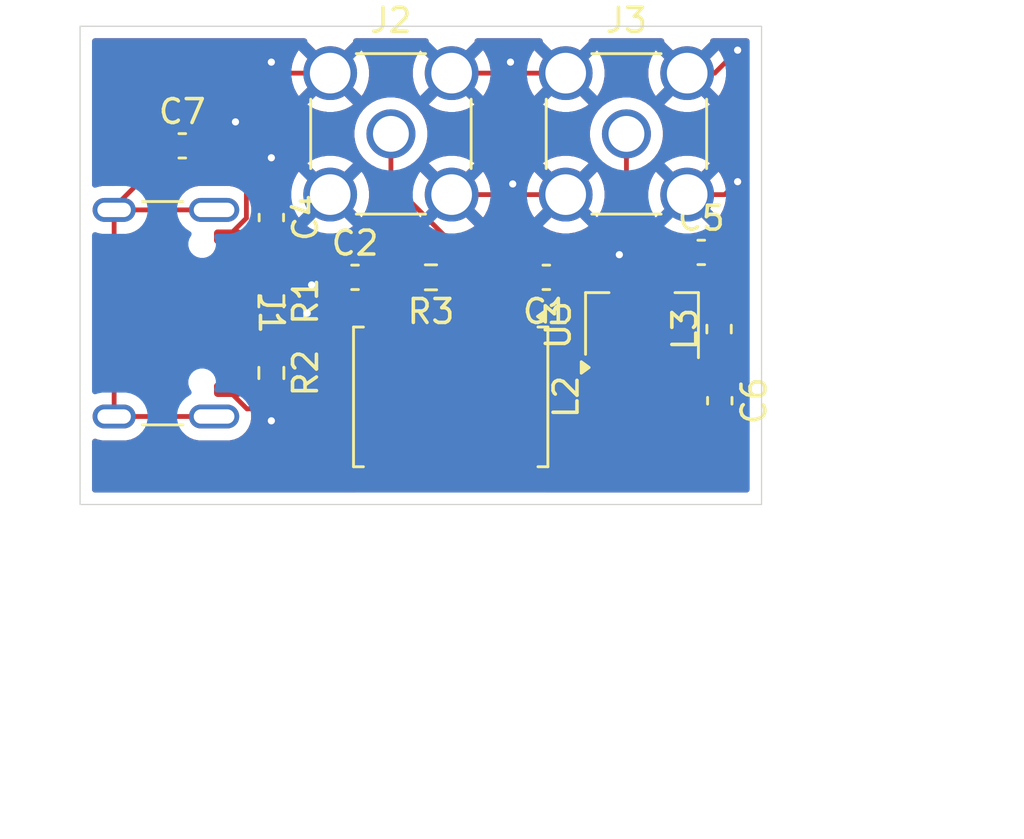
<source format=kicad_pcb>
(kicad_pcb (version 20241229) (generator "pcbnew") (generator_version "9.0")
  (layers (0 "F.Cu" signal) (2 "B.Cu" signal) (13 "F.Paste" user) (15 "B.Paste" user) (5 "F.SilkS" user "F.Silkscreen") (7 "B.SilkS" user "B.Silkscreen") (1 "F.Mask" user) (3 "B.Mask" user) (25 "Edge.Cuts" user))
  (net 0 "")
  (net 1 "Net-(C1-Pad1)")
  (net 2 "Net-(J2-In)")
  (net 3 "GND")
  (net 4 "VBUS")
  (net 5 "Net-(C5-Pad2)")
  (net 6 "Net-(J3-In)")
  (net 7 "Net-(L2-RF&DC)")
  (net 8 "Net-(C6-Pad1)")
  (net 9 "Net-(J1-SHIELD)")
  (net 12 "Net-(J1-CC1)")
  (net 13 "Net-(J1-CC2)")
  (net 21 "Net-(L2-DC)")
  (footprint "Capacitor_SMD:C_0603_1608Metric" (layer "F.Cu") (at 120 67 180)
    (property "Reference" "C1" (at 0 -1.43 0) (layer "F.SilkS"))
    (property "Value" "2400 pF")
    (fp_line (start -0.14058 0.51) (end 0.14058 0.51) (stroke (width 0.12)) (layer "F.SilkS"))
    (fp_line (start -0.14058 -0.51) (end 0.14058 -0.51) (stroke (width 0.12)) (layer "F.SilkS"))
    (pad "1" smd roundrect (at -0.775 0 180) (size 0.9 0.95) (layers "F.Cu" "F.Mask" "F.Paste") (net 1 "Net-(C1-Pad1)"))
    (pad "2" smd roundrect (at 0.775 0 180) (size 0.9 0.95) (layers "F.Cu" "F.Mask" "F.Paste") (net 2 "Net-(J2-In)"))
  )
  (footprint "Resistor_SMD:R_0603_1608Metric" (layer "F.Cu") (at 108.5 68 -90)
    (property "Reference" "R1" (at 0 -1.43 90) (layer "F.SilkS"))
    (property "Value" "5.1 kΩ")
    (fp_line (start -0.237258 0.5225) (end 0.237258 0.5225) (stroke (width 0.12)) (layer "F.SilkS"))
    (fp_line (start -0.237258 -0.5225) (end 0.237258 -0.5225) (stroke (width 0.12)) (layer "F.SilkS"))
    (pad "1" smd roundrect (at -0.825 0 270) (size 0.8 0.95) (layers "F.Cu" "F.Mask" "F.Paste") (net 12 "Net-(J1-CC1)"))
    (pad "2" smd roundrect (at 0.825 0 270) (size 0.8 0.95) (layers "F.Cu" "F.Mask" "F.Paste") (net 3 "GND"))
  )
  (footprint "Connector_USB:USB_C_Receptacle_GCT_USB4105-xx-A_16P_TopMnt_Horizontal" (layer "F.Cu") (at 103 68.5 -90)
    (property "Reference" "J1" (at 0 -5.5 270) (layer "F.SilkS"))
    (property "Value" "USB_C_Receptacle_USB2.0_16P")
    (fp_line (start -4.67 -0.1) (end -4.67 -1.8) (stroke (width 0.12)) (layer "F.SilkS"))
    (fp_line (start 4.67 -0.1) (end 4.67 -1.8) (stroke (width 0.12)) (layer "F.SilkS"))
    (pad "" np_thru_hole circle (at -2.89 -2.605 270) (size 0.65 0.65) (drill 0.65) (layers "*.Cu" "*.Mask"))
    (pad "" np_thru_hole circle (at 2.89 -2.605 270) (size 0.65 0.65) (drill 0.65) (layers "*.Cu" "*.Mask"))
    (pad "A1" smd roundrect (at -3.2 -3.68 270) (size 0.6 1.15) (layers "F.Cu" "F.Mask" "F.Paste") (net 3 "GND"))
    (pad "A4" smd roundrect (at -2.4 -3.68 270) (size 0.6 1.15) (layers "F.Cu" "F.Mask" "F.Paste") (net 4 "VBUS"))
    (pad "A5" smd roundrect (at -1.25 -3.68 270) (size 0.3 1.15) (layers "F.Cu" "F.Mask" "F.Paste") (net 12 "Net-(J1-CC1)"))
    (pad "A6" smd roundrect (at -0.25 -3.68 270) (size 0.3 1.15) (layers "F.Cu" "F.Mask" "F.Paste"))
    (pad "A7" smd roundrect (at 0.25 -3.68 270) (size 0.3 1.15) (layers "F.Cu" "F.Mask" "F.Paste"))
    (pad "A8" smd roundrect (at 1.25 -3.68 270) (size 0.3 1.15) (layers "F.Cu" "F.Mask" "F.Paste"))
    (pad "A9" smd roundrect (at 2.4 -3.68 270) (size 0.6 1.15) (layers "F.Cu" "F.Mask" "F.Paste") (net 4 "VBUS"))
    (pad "A12" smd roundrect (at 3.2 -3.68 270) (size 0.6 1.15) (layers "F.Cu" "F.Mask" "F.Paste") (net 3 "GND"))
    (pad "B1" smd roundrect (at 3.2 -3.68 270) (size 0.6 1.15) (layers "F.Cu" "F.Mask" "F.Paste") (net 3 "GND"))
    (pad "B4" smd roundrect (at 2.4 -3.68 270) (size 0.6 1.15) (layers "F.Cu" "F.Mask" "F.Paste") (net 4 "VBUS"))
    (pad "B5" smd roundrect (at 1.75 -3.68 270) (size 0.3 1.15) (layers "F.Cu" "F.Mask" "F.Paste") (net 13 "Net-(J1-CC2)"))
    (pad "B6" smd roundrect (at 0.75 -3.68 270) (size 0.3 1.15) (layers "F.Cu" "F.Mask" "F.Paste"))
    (pad "B7" smd roundrect (at -0.75 -3.68 270) (size 0.3 1.15) (layers "F.Cu" "F.Mask" "F.Paste"))
    (pad "B8" smd roundrect (at -1.75 -3.68 270) (size 0.3 1.15) (layers "F.Cu" "F.Mask" "F.Paste"))
    (pad "B9" smd roundrect (at -2.4 -3.68 270) (size 0.6 1.15) (layers "F.Cu" "F.Mask" "F.Paste") (net 4 "VBUS"))
    (pad "B12" smd roundrect (at -3.2 -3.68 270) (size 0.6 1.15) (layers "F.Cu" "F.Mask" "F.Paste") (net 3 "GND"))
    (pad "S1" thru_hole oval (at -4.32 -3.105 270) (size 1 2.1) (drill oval 0.6 1.7) (property pad_prop_heatsink) (layers "*.Cu" "*.Mask" "F.Paste") (net 9 "Net-(J1-SHIELD)"))
    (pad "S1" thru_hole oval (at -4.32 1.075 270) (size 1 1.8) (drill oval 0.6 1.4) (property pad_prop_heatsink) (layers "*.Cu" "*.Mask" "F.Paste") (net 9 "Net-(J1-SHIELD)"))
    (pad "S1" thru_hole oval (at 4.32 -3.105 270) (size 1 2.1) (drill oval 0.6 1.7) (property pad_prop_heatsink) (layers "*.Cu" "*.Mask" "F.Paste") (net 9 "Net-(J1-SHIELD)"))
    (pad "S1" thru_hole oval (at 4.32 1.075 270) (size 1 1.8) (drill oval 0.6 1.4) (property pad_prop_heatsink) (layers "*.Cu" "*.Mask" "F.Paste") (net 9 "Net-(J1-SHIELD)"))
  )
  (footprint "Resistor_SMD:R_0603_1608Metric" (layer "F.Cu") (at 108.5 71 -90)
    (property "Reference" "R2" (at 0 -1.43 90) (layer "F.SilkS"))
    (property "Value" "5.1 kΩ")
    (fp_line (start -0.237258 0.5225) (end 0.237258 0.5225) (stroke (width 0.12)) (layer "F.SilkS"))
    (fp_line (start -0.237258 -0.5225) (end 0.237258 -0.5225) (stroke (width 0.12)) (layer "F.SilkS"))
    (pad "1" smd roundrect (at -0.825 0 270) (size 0.8 0.95) (layers "F.Cu" "F.Mask" "F.Paste") (net 13 "Net-(J1-CC2)"))
    (pad "2" smd roundrect (at 0.825 0 270) (size 0.8 0.95) (layers "F.Cu" "F.Mask" "F.Paste") (net 3 "GND"))
  )
  (footprint "Inductor_SMD:L_0603_1608Metric" (layer "F.Cu") (at 127.223729 69.163636 90)
    (property "Reference" "L3" (at 0 -1.43 90) (layer "F.SilkS"))
    (property "Value" "27 nH")
    (fp_line (start -0.162779 -0.51) (end 0.162779 -0.51) (stroke (width 0.12)) (layer "F.SilkS"))
    (fp_line (start -0.162779 0.51) (end 0.162779 0.51) (stroke (width 0.12)) (layer "F.SilkS"))
    (pad "1" smd roundrect (at -0.7875 0 90) (size 0.875 0.95) (layers "F.Cu" "F.Mask" "F.Paste") (net 8 "Net-(C6-Pad1)"))
    (pad "2" smd roundrect (at 0.7875 0 90) (size 0.875 0.95) (layers "F.Cu" "F.Mask" "F.Paste") (net 5 "Net-(C5-Pad2)"))
  )
  (footprint "Capacitor_SMD:C_0603_1608Metric" (layer "F.Cu") (at 112 67)
    (property "Reference" "C2" (at 0 -1.43 0) (layer "F.SilkS"))
    (property "Value" "0.1 μF")
    (fp_line (start -0.14058 -0.51) (end 0.14058 -0.51) (stroke (width 0.12)) (layer "F.SilkS"))
    (fp_line (start -0.14058 0.51) (end 0.14058 0.51) (stroke (width 0.12)) (layer "F.SilkS"))
    (pad "1" smd roundrect (at -0.775 0) (size 0.9 0.95) (layers "F.Cu" "F.Mask" "F.Paste") (net 3 "GND"))
    (pad "2" smd roundrect (at 0.775 0) (size 0.9 0.95) (layers "F.Cu" "F.Mask" "F.Paste") (net 4 "VBUS"))
  )
  (footprint "Package_TO_SOT_SMD:SOT-89-3" (layer "F.Cu") (at 124 69 90)
    (property "Reference" "U3" (at 0 -3.5 90) (layer "F.SilkS"))
    (property "Value" "GALI-84")
    (fp_line (start -1.22 -2.36) (end 1.36 -2.36) (stroke (width 0.12)) (layer "F.SilkS"))
    (fp_line (start 1.36 -1.38) (end 1.36 -2.36) (stroke (width 0.12)) (layer "F.SilkS"))
    (fp_line (start 1.36 1.38) (end 1.36 2.36) (stroke (width 0.12)) (layer "F.SilkS"))
    (fp_line (start 1.36 2.36) (end -1.36 2.36) (stroke (width 0.12)) (layer "F.SilkS"))
    (fp_poly (pts (xy -1.77 -2.21) (xy -2.01 -2.54) (xy -1.53 -2.54) (xy -1.77 -2.21)) (stroke (width 0.12)) (fill yes) (layer "F.SilkS"))
    (pad "1" smd roundrect (at -1.95 -1.5 90) (size 1.3 0.9) (layers "F.Cu" "F.Mask" "F.Paste") (net 1 "Net-(C1-Pad1)"))
    (pad "2" smd custom (at -1.8625 0 90) (size 1.475 0.9) (layers "F.Cu" "F.Mask" "F.Paste") (net 3 "GND") (options (clearance outline) (anchor rect)) (primitives (gr_poly (pts (xy 3.8625 0.8665) (xy 0.7375 0.8665) (xy 0.7375 -0.8665) (xy 3.8625 -0.8665)) (width 0) (fill yes))))
    (pad "3" smd roundrect (at -1.95 1.5 90) (size 1.3 0.9) (layers "F.Cu" "F.Mask" "F.Paste") (net 7 "Net-(L2-RF&DC)"))
  )
  (footprint "Capacitor_SMD:C_0603_1608Metric" (layer "F.Cu") (at 104.775 61.5)
    (property "Reference" "C7" (at 0 -1.43 0) (layer "F.SilkS"))
    (property "Value" "1µF")
    (fp_line (start -0.14058 -0.51) (end 0.14058 -0.51) (stroke (width 0.12)) (layer "F.SilkS"))
    (fp_line (start -0.14058 0.51) (end 0.14058 0.51) (stroke (width 0.12)) (layer "F.SilkS"))
    (pad "1" smd roundrect (at -0.775 0) (size 0.9 0.95) (layers "F.Cu" "F.Mask" "F.Paste") (net 9 "Net-(J1-SHIELD)"))
    (pad "2" smd roundrect (at 0.775 0) (size 0.9 0.95) (layers "F.Cu" "F.Mask" "F.Paste") (net 3 "GND"))
  )
  (footprint "Capacitor_SMD:C_0603_1608Metric" (layer "F.Cu") (at 127.253208 72.160628 -90)
    (property "Reference" "C6" (at 0 -1.43 90) (layer "F.SilkS"))
    (property "Value" "2400 pF")
    (fp_line (start -0.14058 0.51) (end 0.14058 0.51) (stroke (width 0.12)) (layer "F.SilkS"))
    (fp_line (start -0.14058 -0.51) (end 0.14058 -0.51) (stroke (width 0.12)) (layer "F.SilkS"))
    (pad "1" smd roundrect (at -0.775 0 270) (size 0.9 0.95) (layers "F.Cu" "F.Mask" "F.Paste") (net 8 "Net-(C6-Pad1)"))
    (pad "2" smd roundrect (at 0.775 0 270) (size 0.9 0.95) (layers "F.Cu" "F.Mask" "F.Paste") (net 7 "Net-(L2-RF&DC)"))
  )
  (footprint "Capacitor_SMD:C_0603_1608Metric" (layer "F.Cu") (at 126.479474 65.957998)
    (property "Reference" "C5" (at 0 -1.43 0) (layer "F.SilkS"))
    (property "Value" "100 pF")
    (fp_line (start -0.14058 -0.51) (end 0.14058 -0.51) (stroke (width 0.12)) (layer "F.SilkS"))
    (fp_line (start -0.14058 0.51) (end 0.14058 0.51) (stroke (width 0.12)) (layer "F.SilkS"))
    (pad "1" smd roundrect (at -0.775 0) (size 0.9 0.95) (layers "F.Cu" "F.Mask" "F.Paste") (net 6 "Net-(J3-In)"))
    (pad "2" smd roundrect (at 0.775 0) (size 0.9 0.95) (layers "F.Cu" "F.Mask" "F.Paste") (net 5 "Net-(C5-Pad2)"))
  )
  (footprint "Connector_Coaxial:SMA_Amphenol_901-144_Vertical" (layer "F.Cu") (at 123.349758 61.000703)
    (property "Reference" "J3" (at 0 -4.75 0) (layer "F.SilkS"))
    (property "Value" "SMA_F_OUT")
    (fp_line (start -3.355 -1.45) (end -3.355 1.45) (stroke (width 0.12)) (layer "F.SilkS"))
    (fp_line (start -1.45 -3.355) (end 1.45 -3.355) (stroke (width 0.12)) (layer "F.SilkS"))
    (fp_line (start -1.45 3.355) (end 1.45 3.355) (stroke (width 0.12)) (layer "F.SilkS"))
    (fp_line (start 3.355 -1.45) (end 3.355 1.45) (stroke (width 0.12)) (layer "F.SilkS"))
    (pad "1" thru_hole circle (at 0 0) (size 2.05 2.05) (drill 1.5) (layers "*.Cu" "*.Mask") (net 6 "Net-(J3-In)"))
    (pad "2" thru_hole circle (at -2.54 -2.54) (size 2.25 2.25) (drill 1.7) (layers "*.Cu" "*.Mask") (net 3 "GND"))
    (pad "2" thru_hole circle (at -2.54 2.54) (size 2.25 2.25) (drill 1.7) (layers "*.Cu" "*.Mask") (net 3 "GND"))
    (pad "2" thru_hole circle (at 2.54 -2.54) (size 2.25 2.25) (drill 1.7) (layers "*.Cu" "*.Mask") (net 3 "GND"))
    (pad "2" thru_hole circle (at 2.54 2.54) (size 2.25 2.25) (drill 1.7) (layers "*.Cu" "*.Mask") (net 3 "GND"))
  )
  (footprint "RF_Mini-Circuits:Mini-Circuits_CD542_H2.84mm" (layer "F.Cu") (at 116 72 -90)
    (property "Reference" "L2" (at 0 -4.826 90) (layer "F.SilkS"))
    (property "Value" "ADCH-80A")
    (fp_line (start -2.921 4.064) (end 2.921 4.064) (stroke (width 0.12)) (layer "F.SilkS"))
    (fp_line (start -2.921 3.65) (end -2.921 4.064) (stroke (width 0.12)) (layer "F.SilkS"))
    (fp_line (start 2.921 3.65) (end 2.921 4.064) (stroke (width 0.12)) (layer "F.SilkS"))
    (fp_line (start -2.921 -4.064) (end -2.921 -3.65) (stroke (width 0.12)) (layer "F.SilkS"))
    (fp_line (start 2.921 -4.064) (end 2.921 -3.65) (stroke (width 0.12)) (layer "F.SilkS"))
    (fp_line (start 2.921 -4.064) (end -2.921 -4.064) (stroke (width 0.12)) (layer "F.SilkS"))
    (fp_poly (pts (xy -3.3655 -3.63) (xy -3.6055 -3.966) (xy -3.1255 -3.966) (xy -3.3655 -3.63)) (stroke (width 0.12)) (fill yes) (layer "F.SilkS"))
    (pad "1" smd rect (at -2.54 -2.54 270) (size 2.54 1.65) (layers "F.Cu" "F.Mask" "F.Paste"))
    (pad "2" smd rect (at -2.54 0 270) (size 2.54 1.65) (layers "F.Cu" "F.Mask" "F.Paste"))
    (pad "3" smd rect (at -2.54 2.54 270) (size 2.54 1.65) (layers "F.Cu" "F.Mask" "F.Paste") (net 21 "Net-(L2-DC)"))
    (pad "4" smd rect (at 2.54 2.54 270) (size 2.54 1.65) (layers "F.Cu" "F.Mask" "F.Paste"))
    (pad "5" smd rect (at 2.54 0 270) (size 2.54 1.65) (layers "F.Cu" "F.Mask" "F.Paste"))
    (pad "6" smd rect (at 2.54 -2.54 270) (size 2.54 1.65) (layers "F.Cu" "F.Mask" "F.Paste") (net 7 "Net-(L2-RF&DC)"))
  )
  (footprint "Connector_Coaxial:SMA_Amphenol_901-144_Vertical" (layer "F.Cu") (at 113.5 61)
    (property "Reference" "J2" (at 0 -4.75 0) (layer "F.SilkS"))
    (property "Value" "SMA_F_INT")
    (fp_line (start -3.355 -1.45) (end -3.355 1.45) (stroke (width 0.12)) (layer "F.SilkS"))
    (fp_line (start -1.45 -3.355) (end 1.45 -3.355) (stroke (width 0.12)) (layer "F.SilkS"))
    (fp_line (start -1.45 3.355) (end 1.45 3.355) (stroke (width 0.12)) (layer "F.SilkS"))
    (fp_line (start 3.355 -1.45) (end 3.355 1.45) (stroke (width 0.12)) (layer "F.SilkS"))
    (pad "1" thru_hole circle (at 0 0) (size 2.05 2.05) (drill 1.5) (layers "*.Cu" "*.Mask") (net 2 "Net-(J2-In)"))
    (pad "2" thru_hole circle (at -2.54 -2.54) (size 2.25 2.25) (drill 1.7) (layers "*.Cu" "*.Mask") (net 3 "GND"))
    (pad "2" thru_hole circle (at -2.54 2.54) (size 2.25 2.25) (drill 1.7) (layers "*.Cu" "*.Mask") (net 3 "GND"))
    (pad "2" thru_hole circle (at 2.54 -2.54) (size 2.25 2.25) (drill 1.7) (layers "*.Cu" "*.Mask") (net 3 "GND"))
    (pad "2" thru_hole circle (at 2.54 2.54) (size 2.25 2.25) (drill 1.7) (layers "*.Cu" "*.Mask") (net 3 "GND"))
  )
  (footprint "Capacitor_SMD:C_0603_1608Metric" (layer "F.Cu") (at 108.5 64.5 -90)
    (property "Reference" "C4" (at 0 -1.43 90) (layer "F.SilkS"))
    (property "Value" "10 μF")
    (fp_line (start -0.14058 0.51) (end 0.14058 0.51) (stroke (width 0.12)) (layer "F.SilkS"))
    (fp_line (start -0.14058 -0.51) (end 0.14058 -0.51) (stroke (width 0.12)) (layer "F.SilkS"))
    (pad "1" smd roundrect (at -0.775 0 270) (size 0.9 0.95) (layers "F.Cu" "F.Mask" "F.Paste") (net 3 "GND"))
    (pad "2" smd roundrect (at 0.775 0 270) (size 0.9 0.95) (layers "F.Cu" "F.Mask" "F.Paste") (net 4 "VBUS"))
  )
  (footprint "Resistor_SMD:R_0603_1608Metric" (layer "F.Cu") (at 115.175 67 180)
    (property "Reference" "R3" (at 0 -1.43 0) (layer "F.SilkS"))
    (property "Value" "7.5 ohms")
    (fp_line (start -0.237258 0.5225) (end 0.237258 0.5225) (stroke (width 0.12)) (layer "F.SilkS"))
    (fp_line (start -0.237258 -0.5225) (end 0.237258 -0.5225) (stroke (width 0.12)) (layer "F.SilkS"))
    (pad "1" smd roundrect (at -0.825 0 180) (size 0.8 0.95) (layers "F.Cu" "F.Mask" "F.Paste") (net 21 "Net-(L2-DC)"))
    (pad "2" smd roundrect (at 0.825 0 180) (size 0.8 0.95) (layers "F.Cu" "F.Mask" "F.Paste") (net 4 "VBUS"))
  )
  (gr_rect (start 100.5 56.5) (end 129 76.5) (stroke (width 0.05)) (fill no) (layer "Edge.Cuts"))
  (segment (start 122.5 70.95) (end 122.5 68.725) (width 0.2) (layer "F.Cu") (net 1))
  (segment (start 122.5 68.725) (end 120.775 67) (width 0.2) (layer "F.Cu") (net 1))
  (segment (start 113.5 63.016669) (end 113.5 61) (width 0.2) (layer "F.Cu") (net 2))
  (segment (start 117.483331 67) (end 113.5 63.016669) (width 0.2) (layer "F.Cu") (net 2))
  (segment (start 119.225 67) (end 117.483331 67) (width 0.2) (layer "F.Cu") (net 2))
  (segment (start 120.809758 58.460703) (end 118.960703 58.460703) (width 0.2) (layer "F.Cu") (net 3))
  (segment (start 107.456 64.524) (end 107.456 63.406) (width 0.2) (layer "F.Cu") (net 3))
  (segment (start 118.148814 63.54) (end 118.594407 63.094407) (width 0.2) (layer "F.Cu") (net 3))
  (segment (start 110.96 63.54) (end 109.42 62) (width 0.2) (layer "F.Cu") (net 3))
  (segment (start 124 70.8625) (end 124 66.5) (width 0.2) (layer "F.Cu") (net 3))
  (segment (start 127.039297 58.460703) (end 128 57.5) (width 0.2) (layer "F.Cu") (net 3))
  (segment (start 120.809758 63.540703) (end 119.040703 63.540703) (width 0.2) (layer "F.Cu") (net 3))
  (segment (start 111.225 67) (end 110.5 67) (width 0.2) (layer "F.Cu") (net 3))
  (segment (start 123.5 66.5) (end 123.053053 66.053053) (width 0.2) (layer "F.Cu") (net 3))
  (segment (start 108 72.5) (end 107.48 72.5) (width 0.2) (layer "F.Cu") (net 3))
  (segment (start 110.5 67) (end 110.184396 67.315603) (width 0.2) (layer "F.Cu") (net 3))
  (segment (start 107.48 72.5) (end 106.68 71.7) (width 0.2) (layer "F.Cu") (net 3))
  (segment (start 124 66.5) (end 123.5 66.5) (width 0.2) (layer "F.Cu") (net 3))
  (segment (start 106 61.5) (end 107 60.5) (width 0.2) (layer "F.Cu") (net 3))
  (segment (start 108.5 71.825) (end 108.5 72) (width 0.2) (layer "F.Cu") (net 3))
  (segment (start 109.42 62) (end 108.5 62) (width 0.2) (layer "F.Cu") (net 3))
  (segment (start 105.55 61.5) (end 106 61.5) (width 0.2) (layer "F.Cu") (net 3))
  (segment (start 110.96 58.46) (end 108.96 58.46) (width 0.2) (layer "F.Cu") (net 3))
  (segment (start 118.960703 58.460703) (end 118.5 58) (width 0.2) (layer "F.Cu") (net 3))
  (segment (start 127.459297 63.540703) (end 128 63) (width 0.2) (layer "F.Cu") (net 3))
  (segment (start 125.889758 63.540703) (end 127.459297 63.540703) (width 0.2) (layer "F.Cu") (net 3))
  (segment (start 108.5 68.825) (end 109.675 68.825) (width 0.2) (layer "F.Cu") (net 3))
  (segment (start 108.5 72) (end 108 72.5) (width 0.2) (layer "F.Cu") (net 3))
  (segment (start 116.04 63.54) (end 118.148814 63.54) (width 0.2) (layer "F.Cu") (net 3))
  (segment (start 108.96 58.46) (end 108.5 58) (width 0.2) (layer "F.Cu") (net 3))
  (segment (start 108.5 73) (end 108 72.5) (width 0.2) (layer "F.Cu") (net 3))
  (segment (start 106.68 65.3) (end 107.456 64.524) (width 0.2) (layer "F.Cu") (net 3))
  (segment (start 108.5 63.725) (end 108.5 62) (width 0.2) (layer "F.Cu") (net 3))
  (segment (start 109.675 68.825) (end 110 68.5) (width 0.2) (layer "F.Cu") (net 3))
  (segment (start 107.456 63.406) (end 105.55 61.5) (width 0.2) (layer "F.Cu") (net 3))
  (segment (start 118.04 58.46) (end 118.5 58) (width 0.2) (layer "F.Cu") (net 3))
  (segment (start 116.04 58.46) (end 118.04 58.46) (width 0.2) (layer "F.Cu") (net 3))
  (segment (start 119.040703 63.540703) (end 118.594407 63.094407) (width 0.2) (layer "F.Cu") (net 3))
  (segment (start 125.889758 58.460703) (end 127.039297 58.460703) (width 0.2) (layer "F.Cu") (net 3))
  (via (at 128 57.5) (size 0.6) (drill 0.3) (layers "F.Cu" "B.Cu") (net 3))
  (via (at 107 60.5) (size 0.6) (drill 0.3) (layers "F.Cu" "B.Cu") (net 3))
  (via (at 110 68.5) (size 0.6) (drill 0.3) (layers "F.Cu" "B.Cu") (net 3))
  (via (at 118.5 58) (size 0.6) (drill 0.3) (layers "F.Cu" "B.Cu") (net 3))
  (via (at 108.5 58) (size 0.6) (drill 0.3) (layers "F.Cu" "B.Cu") (net 3))
  (via (at 118.594407 63.094407) (size 0.6) (drill 0.3) (layers "F.Cu" "B.Cu") (net 3))
  (via (at 108.5 62) (size 0.6) (drill 0.3) (layers "F.Cu" "B.Cu") (net 3))
  (via (at 110.184396 67.315603) (size 0.6) (drill 0.3) (layers "F.Cu" "B.Cu") (net 3))
  (via (at 108.5 73) (size 0.6) (drill 0.3) (layers "F.Cu" "B.Cu") (net 3))
  (via (at 128 63) (size 0.6) (drill 0.3) (layers "F.Cu" "B.Cu") (net 3))
  (via (at 123.053053 66.053053) (size 0.6) (drill 0.3) (layers "F.Cu" "B.Cu") (net 3))
  (segment (start 106.221176 70.9) (end 105.804 70.482824) (width 0.2) (layer "F.Cu") (net 4))
  (segment (start 108.5 65.275) (end 111.05 65.275) (width 0.2) (layer "F.Cu") (net 4))
  (segment (start 107.675 66.1) (end 108.5 65.275) (width 0.2) (layer "F.Cu") (net 4))
  (segment (start 106.68 70.9) (end 106.221176 70.9) (width 0.2) (layer "F.Cu") (net 4))
  (segment (start 111.05 65.275) (end 112.775 67) (width 0.2) (layer "F.Cu") (net 4))
  (segment (start 105.804 70.482824) (end 105.804 66.517176) (width 0.2) (layer "F.Cu") (net 4))
  (segment (start 105.804 66.517176) (end 106.221176 66.1) (width 0.2) (layer "F.Cu") (net 4))
  (segment (start 106.68 66.1) (end 107.675 66.1) (width 0.2) (layer "F.Cu") (net 4))
  (segment (start 112.775 67) (end 114.35 67) (width 0.2) (layer "F.Cu") (net 4))
  (segment (start 127.254474 65.957998) (end 127.254474 66.754474) (width 0.2) (layer "F.Cu") (net 5))
  (segment (start 127.223729 66.785219) (end 127.223729 68.376136) (width 0.2) (layer "F.Cu") (net 5))
  (segment (start 127.254474 66.754474) (end 127.223729 66.785219) (width 0.2) (layer "F.Cu") (net 5))
  (segment (start 123.349758 63.603282) (end 123.349758 61.000703) (width 0.2) (layer "F.Cu") (net 6))
  (segment (start 125.704474 65.957998) (end 123.349758 63.603282) (width 0.2) (layer "F.Cu") (net 6))
  (segment (start 124.59 73.04) (end 125.5 72.13) (width 0.2) (layer "F.Cu") (net 7))
  (segment (start 127.136055 72.586055) (end 127.233607 72.586055) (width 0.2) (layer "F.Cu") (net 7))
  (segment (start 127.253208 72.703208) (end 127.253208 72.935628) (width 0.2) (layer "F.Cu") (net 7))
  (segment (start 125.5 72.13) (end 125.5 70.95) (width 0.2) (layer "F.Cu") (net 7))
  (segment (start 124.59 73.04) (end 120.04 73.04) (width 0.2) (layer "F.Cu") (net 7))
  (segment (start 120.04 73.04) (end 118.54 74.54) (width 0.2) (layer "F.Cu") (net 7))
  (segment (start 125.5 70.95) (end 127.253208 72.703208) (width 0.2) (layer "F.Cu") (net 7))
  (segment (start 127.253208 69.980615) (end 127.223729 69.951136) (width 0.2) (layer "F.Cu") (net 8))
  (segment (start 127.253208 71.385628) (end 127.253208 69.980615) (width 0.2) (layer "F.Cu") (net 8))
  (segment (start 101.925 64.18) (end 101.925 64.075) (width 0.2) (layer "F.Cu") (net 9))
  (segment (start 106.105 72.82) (end 101.925 72.82) (width 0.2) (layer "F.Cu") (net 9))
  (segment (start 106.105 64.18) (end 101.925 64.18) (width 0.2) (layer "F.Cu") (net 9))
  (segment (start 104 62) (end 104 61.5) (width 0.2) (layer "F.Cu") (net 9))
  (segment (start 101.925 72.82) (end 101.925 64.18) (width 0.2) (layer "F.Cu") (net 9))
  (segment (start 101.925 64.075) (end 104 62) (width 0.2) (layer "F.Cu") (net 9))
  (segment (start 108.425 67.25) (end 108.5 67.175) (width 0.2) (layer "F.Cu") (net 12))
  (segment (start 106.68 67.25) (end 108.425 67.25) (width 0.2) (layer "F.Cu") (net 12))
  (segment (start 106.68 70.25) (end 108.425 70.25) (width 0.2) (layer "F.Cu") (net 13))
  (segment (start 108.425 70.25) (end 108.5 70.175) (width 0.2) (layer "F.Cu") (net 13))
  (segment (start 115.92 67) (end 113.46 69.46) (width 0.2) (layer "F.Cu") (net 21))
  (segment (start 116 67) (end 115.92 67) (width 0.2) (layer "F.Cu") (net 21))
  (zone (net 3) (net_name "GND") (layers "F.Cu" "B.Cu") (connect_pads (clearance 0.5)) (min_thickness 0.25) (fill yes (thermal_gap 0.5) (thermal_bridge_width 0.5))
    (polygon (pts (xy 140 56.5) (xy 140 90.5) (xy 100 90.5) (xy 100 56.5)))
  )
)
</source>
